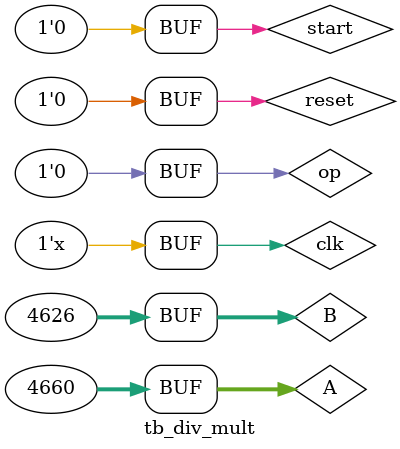
<source format=v>
`timescale 1ns / 1ps


module tb_div_mult;

	// Inputs
	reg reset;
	reg clk;
	reg start;
	reg [31:0] A;
	reg [31:0] B;
	reg op;

	// Outputs
	wire busy;
	wire [31:0] HI;
	wire [31:0] LO;

	// Instantiate the Unit Under Test (UUT)
	MULT_DIV uut (
		.reset(reset), 
		.clk(clk), 
		.start(start), 
		.busy(busy), 
		.A(A), 
		.B(B), 
		.HI(HI), 
		.LO(LO), 
		.op(op)
	);

	initial begin
		// Initialize Inputs
		reset = 1;
		clk = 0;
		start = 0;
		A = 0;
		B = 0;
		op = 0;

		// Wait 100 ns for global reset to finish
		#10;
		A=32'h00001234;
		B=32'h000012;
		op=1;
		start=1;
		reset=0;
		#10 start=0;
		op=0;
		#200;
        A=32'h00001234;
		B=32'h00001212;
		op=0;
		start=1;
		#10 start=0;
		// Add stimulus here

	end
      always #5 clk<=~clk;
endmodule


</source>
